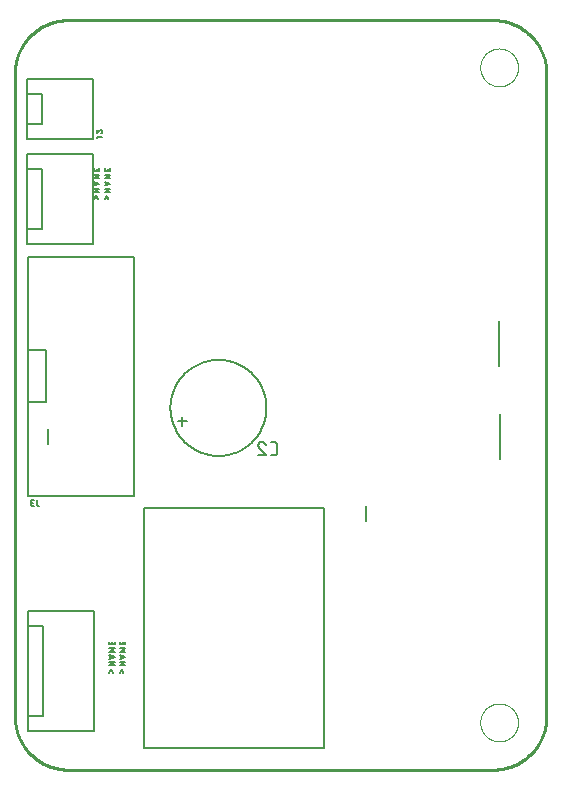
<source format=gbo>
G75*
%MOIN*%
%OFA0B0*%
%FSLAX25Y25*%
%IPPOS*%
%LPD*%
%AMOC8*
5,1,8,0,0,1.08239X$1,22.5*
%
%ADD10C,0.00000*%
%ADD11C,0.01000*%
%ADD12C,0.00800*%
%ADD13C,0.00500*%
%ADD14C,0.00600*%
D10*
X0191787Y0023322D02*
X0191789Y0023480D01*
X0191795Y0023638D01*
X0191805Y0023796D01*
X0191819Y0023954D01*
X0191837Y0024111D01*
X0191858Y0024268D01*
X0191884Y0024424D01*
X0191914Y0024580D01*
X0191947Y0024735D01*
X0191985Y0024888D01*
X0192026Y0025041D01*
X0192071Y0025193D01*
X0192120Y0025344D01*
X0192173Y0025493D01*
X0192229Y0025641D01*
X0192289Y0025787D01*
X0192353Y0025932D01*
X0192421Y0026075D01*
X0192492Y0026217D01*
X0192566Y0026357D01*
X0192644Y0026494D01*
X0192726Y0026630D01*
X0192810Y0026764D01*
X0192899Y0026895D01*
X0192990Y0027024D01*
X0193085Y0027151D01*
X0193182Y0027276D01*
X0193283Y0027398D01*
X0193387Y0027517D01*
X0193494Y0027634D01*
X0193604Y0027748D01*
X0193717Y0027859D01*
X0193832Y0027968D01*
X0193950Y0028073D01*
X0194071Y0028175D01*
X0194194Y0028275D01*
X0194320Y0028371D01*
X0194448Y0028464D01*
X0194578Y0028554D01*
X0194711Y0028640D01*
X0194846Y0028724D01*
X0194982Y0028803D01*
X0195121Y0028880D01*
X0195262Y0028952D01*
X0195404Y0029022D01*
X0195548Y0029087D01*
X0195694Y0029149D01*
X0195841Y0029207D01*
X0195990Y0029262D01*
X0196140Y0029313D01*
X0196291Y0029360D01*
X0196443Y0029403D01*
X0196596Y0029442D01*
X0196751Y0029478D01*
X0196906Y0029509D01*
X0197062Y0029537D01*
X0197218Y0029561D01*
X0197375Y0029581D01*
X0197533Y0029597D01*
X0197690Y0029609D01*
X0197849Y0029617D01*
X0198007Y0029621D01*
X0198165Y0029621D01*
X0198323Y0029617D01*
X0198482Y0029609D01*
X0198639Y0029597D01*
X0198797Y0029581D01*
X0198954Y0029561D01*
X0199110Y0029537D01*
X0199266Y0029509D01*
X0199421Y0029478D01*
X0199576Y0029442D01*
X0199729Y0029403D01*
X0199881Y0029360D01*
X0200032Y0029313D01*
X0200182Y0029262D01*
X0200331Y0029207D01*
X0200478Y0029149D01*
X0200624Y0029087D01*
X0200768Y0029022D01*
X0200910Y0028952D01*
X0201051Y0028880D01*
X0201190Y0028803D01*
X0201326Y0028724D01*
X0201461Y0028640D01*
X0201594Y0028554D01*
X0201724Y0028464D01*
X0201852Y0028371D01*
X0201978Y0028275D01*
X0202101Y0028175D01*
X0202222Y0028073D01*
X0202340Y0027968D01*
X0202455Y0027859D01*
X0202568Y0027748D01*
X0202678Y0027634D01*
X0202785Y0027517D01*
X0202889Y0027398D01*
X0202990Y0027276D01*
X0203087Y0027151D01*
X0203182Y0027024D01*
X0203273Y0026895D01*
X0203362Y0026764D01*
X0203446Y0026630D01*
X0203528Y0026494D01*
X0203606Y0026357D01*
X0203680Y0026217D01*
X0203751Y0026075D01*
X0203819Y0025932D01*
X0203883Y0025787D01*
X0203943Y0025641D01*
X0203999Y0025493D01*
X0204052Y0025344D01*
X0204101Y0025193D01*
X0204146Y0025041D01*
X0204187Y0024888D01*
X0204225Y0024735D01*
X0204258Y0024580D01*
X0204288Y0024424D01*
X0204314Y0024268D01*
X0204335Y0024111D01*
X0204353Y0023954D01*
X0204367Y0023796D01*
X0204377Y0023638D01*
X0204383Y0023480D01*
X0204385Y0023322D01*
X0204383Y0023164D01*
X0204377Y0023006D01*
X0204367Y0022848D01*
X0204353Y0022690D01*
X0204335Y0022533D01*
X0204314Y0022376D01*
X0204288Y0022220D01*
X0204258Y0022064D01*
X0204225Y0021909D01*
X0204187Y0021756D01*
X0204146Y0021603D01*
X0204101Y0021451D01*
X0204052Y0021300D01*
X0203999Y0021151D01*
X0203943Y0021003D01*
X0203883Y0020857D01*
X0203819Y0020712D01*
X0203751Y0020569D01*
X0203680Y0020427D01*
X0203606Y0020287D01*
X0203528Y0020150D01*
X0203446Y0020014D01*
X0203362Y0019880D01*
X0203273Y0019749D01*
X0203182Y0019620D01*
X0203087Y0019493D01*
X0202990Y0019368D01*
X0202889Y0019246D01*
X0202785Y0019127D01*
X0202678Y0019010D01*
X0202568Y0018896D01*
X0202455Y0018785D01*
X0202340Y0018676D01*
X0202222Y0018571D01*
X0202101Y0018469D01*
X0201978Y0018369D01*
X0201852Y0018273D01*
X0201724Y0018180D01*
X0201594Y0018090D01*
X0201461Y0018004D01*
X0201326Y0017920D01*
X0201190Y0017841D01*
X0201051Y0017764D01*
X0200910Y0017692D01*
X0200768Y0017622D01*
X0200624Y0017557D01*
X0200478Y0017495D01*
X0200331Y0017437D01*
X0200182Y0017382D01*
X0200032Y0017331D01*
X0199881Y0017284D01*
X0199729Y0017241D01*
X0199576Y0017202D01*
X0199421Y0017166D01*
X0199266Y0017135D01*
X0199110Y0017107D01*
X0198954Y0017083D01*
X0198797Y0017063D01*
X0198639Y0017047D01*
X0198482Y0017035D01*
X0198323Y0017027D01*
X0198165Y0017023D01*
X0198007Y0017023D01*
X0197849Y0017027D01*
X0197690Y0017035D01*
X0197533Y0017047D01*
X0197375Y0017063D01*
X0197218Y0017083D01*
X0197062Y0017107D01*
X0196906Y0017135D01*
X0196751Y0017166D01*
X0196596Y0017202D01*
X0196443Y0017241D01*
X0196291Y0017284D01*
X0196140Y0017331D01*
X0195990Y0017382D01*
X0195841Y0017437D01*
X0195694Y0017495D01*
X0195548Y0017557D01*
X0195404Y0017622D01*
X0195262Y0017692D01*
X0195121Y0017764D01*
X0194982Y0017841D01*
X0194846Y0017920D01*
X0194711Y0018004D01*
X0194578Y0018090D01*
X0194448Y0018180D01*
X0194320Y0018273D01*
X0194194Y0018369D01*
X0194071Y0018469D01*
X0193950Y0018571D01*
X0193832Y0018676D01*
X0193717Y0018785D01*
X0193604Y0018896D01*
X0193494Y0019010D01*
X0193387Y0019127D01*
X0193283Y0019246D01*
X0193182Y0019368D01*
X0193085Y0019493D01*
X0192990Y0019620D01*
X0192899Y0019749D01*
X0192810Y0019880D01*
X0192726Y0020014D01*
X0192644Y0020150D01*
X0192566Y0020287D01*
X0192492Y0020427D01*
X0192421Y0020569D01*
X0192353Y0020712D01*
X0192289Y0020857D01*
X0192229Y0021003D01*
X0192173Y0021151D01*
X0192120Y0021300D01*
X0192071Y0021451D01*
X0192026Y0021603D01*
X0191985Y0021756D01*
X0191947Y0021909D01*
X0191914Y0022064D01*
X0191884Y0022220D01*
X0191858Y0022376D01*
X0191837Y0022533D01*
X0191819Y0022690D01*
X0191805Y0022848D01*
X0191795Y0023006D01*
X0191789Y0023164D01*
X0191787Y0023322D01*
X0191787Y0241669D02*
X0191789Y0241827D01*
X0191795Y0241985D01*
X0191805Y0242143D01*
X0191819Y0242301D01*
X0191837Y0242458D01*
X0191858Y0242615D01*
X0191884Y0242771D01*
X0191914Y0242927D01*
X0191947Y0243082D01*
X0191985Y0243235D01*
X0192026Y0243388D01*
X0192071Y0243540D01*
X0192120Y0243691D01*
X0192173Y0243840D01*
X0192229Y0243988D01*
X0192289Y0244134D01*
X0192353Y0244279D01*
X0192421Y0244422D01*
X0192492Y0244564D01*
X0192566Y0244704D01*
X0192644Y0244841D01*
X0192726Y0244977D01*
X0192810Y0245111D01*
X0192899Y0245242D01*
X0192990Y0245371D01*
X0193085Y0245498D01*
X0193182Y0245623D01*
X0193283Y0245745D01*
X0193387Y0245864D01*
X0193494Y0245981D01*
X0193604Y0246095D01*
X0193717Y0246206D01*
X0193832Y0246315D01*
X0193950Y0246420D01*
X0194071Y0246522D01*
X0194194Y0246622D01*
X0194320Y0246718D01*
X0194448Y0246811D01*
X0194578Y0246901D01*
X0194711Y0246987D01*
X0194846Y0247071D01*
X0194982Y0247150D01*
X0195121Y0247227D01*
X0195262Y0247299D01*
X0195404Y0247369D01*
X0195548Y0247434D01*
X0195694Y0247496D01*
X0195841Y0247554D01*
X0195990Y0247609D01*
X0196140Y0247660D01*
X0196291Y0247707D01*
X0196443Y0247750D01*
X0196596Y0247789D01*
X0196751Y0247825D01*
X0196906Y0247856D01*
X0197062Y0247884D01*
X0197218Y0247908D01*
X0197375Y0247928D01*
X0197533Y0247944D01*
X0197690Y0247956D01*
X0197849Y0247964D01*
X0198007Y0247968D01*
X0198165Y0247968D01*
X0198323Y0247964D01*
X0198482Y0247956D01*
X0198639Y0247944D01*
X0198797Y0247928D01*
X0198954Y0247908D01*
X0199110Y0247884D01*
X0199266Y0247856D01*
X0199421Y0247825D01*
X0199576Y0247789D01*
X0199729Y0247750D01*
X0199881Y0247707D01*
X0200032Y0247660D01*
X0200182Y0247609D01*
X0200331Y0247554D01*
X0200478Y0247496D01*
X0200624Y0247434D01*
X0200768Y0247369D01*
X0200910Y0247299D01*
X0201051Y0247227D01*
X0201190Y0247150D01*
X0201326Y0247071D01*
X0201461Y0246987D01*
X0201594Y0246901D01*
X0201724Y0246811D01*
X0201852Y0246718D01*
X0201978Y0246622D01*
X0202101Y0246522D01*
X0202222Y0246420D01*
X0202340Y0246315D01*
X0202455Y0246206D01*
X0202568Y0246095D01*
X0202678Y0245981D01*
X0202785Y0245864D01*
X0202889Y0245745D01*
X0202990Y0245623D01*
X0203087Y0245498D01*
X0203182Y0245371D01*
X0203273Y0245242D01*
X0203362Y0245111D01*
X0203446Y0244977D01*
X0203528Y0244841D01*
X0203606Y0244704D01*
X0203680Y0244564D01*
X0203751Y0244422D01*
X0203819Y0244279D01*
X0203883Y0244134D01*
X0203943Y0243988D01*
X0203999Y0243840D01*
X0204052Y0243691D01*
X0204101Y0243540D01*
X0204146Y0243388D01*
X0204187Y0243235D01*
X0204225Y0243082D01*
X0204258Y0242927D01*
X0204288Y0242771D01*
X0204314Y0242615D01*
X0204335Y0242458D01*
X0204353Y0242301D01*
X0204367Y0242143D01*
X0204377Y0241985D01*
X0204383Y0241827D01*
X0204385Y0241669D01*
X0204383Y0241511D01*
X0204377Y0241353D01*
X0204367Y0241195D01*
X0204353Y0241037D01*
X0204335Y0240880D01*
X0204314Y0240723D01*
X0204288Y0240567D01*
X0204258Y0240411D01*
X0204225Y0240256D01*
X0204187Y0240103D01*
X0204146Y0239950D01*
X0204101Y0239798D01*
X0204052Y0239647D01*
X0203999Y0239498D01*
X0203943Y0239350D01*
X0203883Y0239204D01*
X0203819Y0239059D01*
X0203751Y0238916D01*
X0203680Y0238774D01*
X0203606Y0238634D01*
X0203528Y0238497D01*
X0203446Y0238361D01*
X0203362Y0238227D01*
X0203273Y0238096D01*
X0203182Y0237967D01*
X0203087Y0237840D01*
X0202990Y0237715D01*
X0202889Y0237593D01*
X0202785Y0237474D01*
X0202678Y0237357D01*
X0202568Y0237243D01*
X0202455Y0237132D01*
X0202340Y0237023D01*
X0202222Y0236918D01*
X0202101Y0236816D01*
X0201978Y0236716D01*
X0201852Y0236620D01*
X0201724Y0236527D01*
X0201594Y0236437D01*
X0201461Y0236351D01*
X0201326Y0236267D01*
X0201190Y0236188D01*
X0201051Y0236111D01*
X0200910Y0236039D01*
X0200768Y0235969D01*
X0200624Y0235904D01*
X0200478Y0235842D01*
X0200331Y0235784D01*
X0200182Y0235729D01*
X0200032Y0235678D01*
X0199881Y0235631D01*
X0199729Y0235588D01*
X0199576Y0235549D01*
X0199421Y0235513D01*
X0199266Y0235482D01*
X0199110Y0235454D01*
X0198954Y0235430D01*
X0198797Y0235410D01*
X0198639Y0235394D01*
X0198482Y0235382D01*
X0198323Y0235374D01*
X0198165Y0235370D01*
X0198007Y0235370D01*
X0197849Y0235374D01*
X0197690Y0235382D01*
X0197533Y0235394D01*
X0197375Y0235410D01*
X0197218Y0235430D01*
X0197062Y0235454D01*
X0196906Y0235482D01*
X0196751Y0235513D01*
X0196596Y0235549D01*
X0196443Y0235588D01*
X0196291Y0235631D01*
X0196140Y0235678D01*
X0195990Y0235729D01*
X0195841Y0235784D01*
X0195694Y0235842D01*
X0195548Y0235904D01*
X0195404Y0235969D01*
X0195262Y0236039D01*
X0195121Y0236111D01*
X0194982Y0236188D01*
X0194846Y0236267D01*
X0194711Y0236351D01*
X0194578Y0236437D01*
X0194448Y0236527D01*
X0194320Y0236620D01*
X0194194Y0236716D01*
X0194071Y0236816D01*
X0193950Y0236918D01*
X0193832Y0237023D01*
X0193717Y0237132D01*
X0193604Y0237243D01*
X0193494Y0237357D01*
X0193387Y0237474D01*
X0193283Y0237593D01*
X0193182Y0237715D01*
X0193085Y0237840D01*
X0192990Y0237967D01*
X0192899Y0238096D01*
X0192810Y0238227D01*
X0192726Y0238361D01*
X0192644Y0238497D01*
X0192566Y0238634D01*
X0192492Y0238774D01*
X0192421Y0238916D01*
X0192353Y0239059D01*
X0192289Y0239204D01*
X0192229Y0239350D01*
X0192173Y0239498D01*
X0192120Y0239647D01*
X0192071Y0239798D01*
X0192026Y0239950D01*
X0191985Y0240103D01*
X0191947Y0240256D01*
X0191914Y0240411D01*
X0191884Y0240567D01*
X0191858Y0240723D01*
X0191837Y0240880D01*
X0191819Y0241037D01*
X0191805Y0241195D01*
X0191795Y0241353D01*
X0191789Y0241511D01*
X0191787Y0241669D01*
D11*
X0036669Y0239700D02*
X0036669Y0025291D01*
X0036668Y0025291D02*
X0036673Y0024863D01*
X0036689Y0024435D01*
X0036715Y0024008D01*
X0036751Y0023581D01*
X0036797Y0023155D01*
X0036854Y0022731D01*
X0036921Y0022308D01*
X0036998Y0021887D01*
X0037085Y0021468D01*
X0037183Y0021051D01*
X0037290Y0020637D01*
X0037408Y0020225D01*
X0037535Y0019816D01*
X0037672Y0019411D01*
X0037819Y0019008D01*
X0037976Y0018610D01*
X0038142Y0018215D01*
X0038318Y0017825D01*
X0038503Y0017439D01*
X0038697Y0017057D01*
X0038901Y0016681D01*
X0039113Y0016309D01*
X0039335Y0015943D01*
X0039565Y0015582D01*
X0039804Y0015227D01*
X0040052Y0014877D01*
X0040307Y0014534D01*
X0040572Y0014197D01*
X0040844Y0013866D01*
X0041124Y0013542D01*
X0041411Y0013225D01*
X0041707Y0012915D01*
X0042009Y0012613D01*
X0042319Y0012317D01*
X0042636Y0012030D01*
X0042960Y0011750D01*
X0043291Y0011478D01*
X0043628Y0011213D01*
X0043971Y0010958D01*
X0044321Y0010710D01*
X0044676Y0010471D01*
X0045037Y0010241D01*
X0045403Y0010019D01*
X0045775Y0009807D01*
X0046151Y0009603D01*
X0046533Y0009409D01*
X0046919Y0009224D01*
X0047309Y0009048D01*
X0047704Y0008882D01*
X0048102Y0008725D01*
X0048505Y0008578D01*
X0048910Y0008441D01*
X0049319Y0008314D01*
X0049731Y0008196D01*
X0050145Y0008089D01*
X0050562Y0007991D01*
X0050981Y0007904D01*
X0051402Y0007827D01*
X0051825Y0007760D01*
X0052249Y0007703D01*
X0052675Y0007657D01*
X0053102Y0007621D01*
X0053529Y0007595D01*
X0053957Y0007579D01*
X0054385Y0007574D01*
X0196118Y0007574D01*
X0196546Y0007579D01*
X0196974Y0007595D01*
X0197401Y0007621D01*
X0197828Y0007657D01*
X0198254Y0007703D01*
X0198678Y0007760D01*
X0199101Y0007827D01*
X0199522Y0007904D01*
X0199941Y0007991D01*
X0200358Y0008089D01*
X0200772Y0008196D01*
X0201184Y0008314D01*
X0201593Y0008441D01*
X0201998Y0008578D01*
X0202401Y0008725D01*
X0202799Y0008882D01*
X0203194Y0009048D01*
X0203584Y0009224D01*
X0203970Y0009409D01*
X0204352Y0009603D01*
X0204728Y0009807D01*
X0205100Y0010019D01*
X0205466Y0010241D01*
X0205827Y0010471D01*
X0206182Y0010710D01*
X0206532Y0010958D01*
X0206875Y0011213D01*
X0207212Y0011478D01*
X0207543Y0011750D01*
X0207867Y0012030D01*
X0208184Y0012317D01*
X0208494Y0012613D01*
X0208796Y0012915D01*
X0209092Y0013225D01*
X0209379Y0013542D01*
X0209659Y0013866D01*
X0209931Y0014197D01*
X0210196Y0014534D01*
X0210451Y0014877D01*
X0210699Y0015227D01*
X0210938Y0015582D01*
X0211168Y0015943D01*
X0211390Y0016309D01*
X0211602Y0016681D01*
X0211806Y0017057D01*
X0212000Y0017439D01*
X0212185Y0017825D01*
X0212361Y0018215D01*
X0212527Y0018610D01*
X0212684Y0019008D01*
X0212831Y0019411D01*
X0212968Y0019816D01*
X0213095Y0020225D01*
X0213213Y0020637D01*
X0213320Y0021051D01*
X0213418Y0021468D01*
X0213505Y0021887D01*
X0213582Y0022308D01*
X0213649Y0022731D01*
X0213706Y0023155D01*
X0213752Y0023581D01*
X0213788Y0024008D01*
X0213814Y0024435D01*
X0213830Y0024863D01*
X0213835Y0025291D01*
X0213834Y0025291D02*
X0213834Y0239700D01*
X0213835Y0239700D02*
X0213830Y0240128D01*
X0213814Y0240556D01*
X0213788Y0240983D01*
X0213752Y0241410D01*
X0213706Y0241836D01*
X0213649Y0242260D01*
X0213582Y0242683D01*
X0213505Y0243104D01*
X0213418Y0243523D01*
X0213320Y0243940D01*
X0213213Y0244354D01*
X0213095Y0244766D01*
X0212968Y0245175D01*
X0212831Y0245580D01*
X0212684Y0245983D01*
X0212527Y0246381D01*
X0212361Y0246776D01*
X0212185Y0247166D01*
X0212000Y0247552D01*
X0211806Y0247934D01*
X0211602Y0248310D01*
X0211390Y0248682D01*
X0211168Y0249048D01*
X0210938Y0249409D01*
X0210699Y0249764D01*
X0210451Y0250114D01*
X0210196Y0250457D01*
X0209931Y0250794D01*
X0209659Y0251125D01*
X0209379Y0251449D01*
X0209092Y0251766D01*
X0208796Y0252076D01*
X0208494Y0252378D01*
X0208184Y0252674D01*
X0207867Y0252961D01*
X0207543Y0253241D01*
X0207212Y0253513D01*
X0206875Y0253778D01*
X0206532Y0254033D01*
X0206182Y0254281D01*
X0205827Y0254520D01*
X0205466Y0254750D01*
X0205100Y0254972D01*
X0204728Y0255184D01*
X0204352Y0255388D01*
X0203970Y0255582D01*
X0203584Y0255767D01*
X0203194Y0255943D01*
X0202799Y0256109D01*
X0202401Y0256266D01*
X0201998Y0256413D01*
X0201593Y0256550D01*
X0201184Y0256677D01*
X0200772Y0256795D01*
X0200358Y0256902D01*
X0199941Y0257000D01*
X0199522Y0257087D01*
X0199101Y0257164D01*
X0198678Y0257231D01*
X0198254Y0257288D01*
X0197828Y0257334D01*
X0197401Y0257370D01*
X0196974Y0257396D01*
X0196546Y0257412D01*
X0196118Y0257417D01*
X0054385Y0257417D01*
X0053957Y0257412D01*
X0053529Y0257396D01*
X0053102Y0257370D01*
X0052675Y0257334D01*
X0052249Y0257288D01*
X0051825Y0257231D01*
X0051402Y0257164D01*
X0050981Y0257087D01*
X0050562Y0257000D01*
X0050145Y0256902D01*
X0049731Y0256795D01*
X0049319Y0256677D01*
X0048910Y0256550D01*
X0048505Y0256413D01*
X0048102Y0256266D01*
X0047704Y0256109D01*
X0047309Y0255943D01*
X0046919Y0255767D01*
X0046533Y0255582D01*
X0046151Y0255388D01*
X0045775Y0255184D01*
X0045403Y0254972D01*
X0045037Y0254750D01*
X0044676Y0254520D01*
X0044321Y0254281D01*
X0043971Y0254033D01*
X0043628Y0253778D01*
X0043291Y0253513D01*
X0042960Y0253241D01*
X0042636Y0252961D01*
X0042319Y0252674D01*
X0042009Y0252378D01*
X0041707Y0252076D01*
X0041411Y0251766D01*
X0041124Y0251449D01*
X0040844Y0251125D01*
X0040572Y0250794D01*
X0040307Y0250457D01*
X0040052Y0250114D01*
X0039804Y0249764D01*
X0039565Y0249409D01*
X0039335Y0249048D01*
X0039113Y0248682D01*
X0038901Y0248310D01*
X0038697Y0247934D01*
X0038503Y0247552D01*
X0038318Y0247166D01*
X0038142Y0246776D01*
X0037976Y0246381D01*
X0037819Y0245983D01*
X0037672Y0245580D01*
X0037535Y0245175D01*
X0037408Y0244766D01*
X0037290Y0244354D01*
X0037183Y0243940D01*
X0037085Y0243523D01*
X0036998Y0243104D01*
X0036921Y0242683D01*
X0036854Y0242260D01*
X0036797Y0241836D01*
X0036751Y0241410D01*
X0036715Y0240983D01*
X0036689Y0240556D01*
X0036673Y0240128D01*
X0036668Y0239700D01*
D12*
X0040998Y0178491D02*
X0076431Y0178491D01*
X0076431Y0098963D01*
X0076037Y0098963D02*
X0040998Y0098963D01*
X0040998Y0130066D01*
X0046903Y0130066D01*
X0046903Y0147388D01*
X0040998Y0147388D01*
X0040998Y0130066D01*
X0047789Y0121227D02*
X0047789Y0116227D01*
X0040998Y0147388D02*
X0040998Y0178491D01*
X0153611Y0095478D02*
X0153611Y0090478D01*
X0198474Y0111265D02*
X0198474Y0126265D01*
X0198114Y0142180D02*
X0198114Y0157180D01*
D13*
X0139689Y0094924D02*
X0139689Y0014924D01*
X0079689Y0014924D01*
X0079689Y0094924D01*
X0139689Y0094924D01*
X0123038Y0112413D02*
X0122038Y0112413D01*
X0123038Y0112413D02*
X0123098Y0112415D01*
X0123159Y0112420D01*
X0123218Y0112429D01*
X0123277Y0112442D01*
X0123336Y0112458D01*
X0123393Y0112478D01*
X0123448Y0112501D01*
X0123503Y0112528D01*
X0123555Y0112557D01*
X0123606Y0112590D01*
X0123655Y0112626D01*
X0123701Y0112664D01*
X0123745Y0112706D01*
X0123787Y0112750D01*
X0123825Y0112796D01*
X0123861Y0112845D01*
X0123894Y0112896D01*
X0123923Y0112948D01*
X0123950Y0113003D01*
X0123973Y0113058D01*
X0123993Y0113115D01*
X0124009Y0113174D01*
X0124022Y0113233D01*
X0124031Y0113292D01*
X0124036Y0113353D01*
X0124038Y0113413D01*
X0124038Y0115913D01*
X0124036Y0115973D01*
X0124031Y0116034D01*
X0124022Y0116093D01*
X0124009Y0116152D01*
X0123993Y0116211D01*
X0123973Y0116268D01*
X0123950Y0116323D01*
X0123923Y0116378D01*
X0123894Y0116430D01*
X0123861Y0116481D01*
X0123825Y0116530D01*
X0123787Y0116576D01*
X0123745Y0116620D01*
X0123701Y0116662D01*
X0123655Y0116700D01*
X0123606Y0116736D01*
X0123555Y0116769D01*
X0123503Y0116798D01*
X0123448Y0116825D01*
X0123393Y0116848D01*
X0123336Y0116868D01*
X0123277Y0116884D01*
X0123218Y0116897D01*
X0123159Y0116906D01*
X0123098Y0116911D01*
X0123038Y0116913D01*
X0122038Y0116913D01*
X0118148Y0114913D02*
X0118102Y0114959D01*
X0118058Y0115008D01*
X0118018Y0115059D01*
X0117980Y0115112D01*
X0117945Y0115167D01*
X0117913Y0115224D01*
X0117884Y0115282D01*
X0117858Y0115342D01*
X0117836Y0115404D01*
X0117817Y0115466D01*
X0117801Y0115529D01*
X0117789Y0115593D01*
X0117780Y0115658D01*
X0117775Y0115723D01*
X0117773Y0115788D01*
X0118148Y0114913D02*
X0120273Y0112413D01*
X0117773Y0112413D01*
X0120273Y0115912D02*
X0120249Y0115981D01*
X0120221Y0116048D01*
X0120190Y0116114D01*
X0120156Y0116178D01*
X0120119Y0116240D01*
X0120078Y0116301D01*
X0120035Y0116359D01*
X0119989Y0116415D01*
X0119939Y0116469D01*
X0119888Y0116520D01*
X0119834Y0116568D01*
X0119777Y0116614D01*
X0119718Y0116657D01*
X0119657Y0116696D01*
X0119595Y0116733D01*
X0119530Y0116766D01*
X0119464Y0116797D01*
X0119396Y0116823D01*
X0119328Y0116847D01*
X0119258Y0116867D01*
X0119187Y0116883D01*
X0119115Y0116896D01*
X0119043Y0116905D01*
X0118971Y0116910D01*
X0118898Y0116912D01*
X0118898Y0116913D02*
X0118833Y0116911D01*
X0118767Y0116905D01*
X0118703Y0116896D01*
X0118639Y0116883D01*
X0118575Y0116866D01*
X0118513Y0116845D01*
X0118452Y0116821D01*
X0118393Y0116793D01*
X0118336Y0116762D01*
X0118280Y0116728D01*
X0118226Y0116690D01*
X0118175Y0116650D01*
X0118126Y0116606D01*
X0118080Y0116560D01*
X0118036Y0116511D01*
X0117996Y0116460D01*
X0117958Y0116406D01*
X0117924Y0116351D01*
X0117893Y0116293D01*
X0117865Y0116234D01*
X0117841Y0116173D01*
X0117820Y0116111D01*
X0117803Y0116047D01*
X0117790Y0115983D01*
X0117781Y0115919D01*
X0117775Y0115853D01*
X0117773Y0115788D01*
X0063135Y0060560D02*
X0063135Y0020560D01*
X0041135Y0020560D01*
X0041135Y0025560D01*
X0046135Y0025560D01*
X0046135Y0055560D01*
X0041135Y0055560D01*
X0041135Y0025560D01*
X0068196Y0039855D02*
X0068724Y0041122D01*
X0069252Y0039855D01*
X0071796Y0039855D02*
X0072324Y0041122D01*
X0072852Y0039855D01*
X0073485Y0042337D02*
X0071585Y0043392D01*
X0073485Y0043392D01*
X0073485Y0042337D02*
X0071585Y0042337D01*
X0069885Y0042337D02*
X0067985Y0043392D01*
X0069885Y0043392D01*
X0069885Y0042337D02*
X0067985Y0042337D01*
X0067985Y0044463D02*
X0069885Y0045097D01*
X0067985Y0045730D01*
X0068460Y0045572D02*
X0068460Y0044622D01*
X0067985Y0046839D02*
X0069885Y0046839D01*
X0068830Y0047473D01*
X0069885Y0048106D01*
X0067985Y0048106D01*
X0067985Y0049400D02*
X0069885Y0049400D01*
X0069885Y0050245D01*
X0069041Y0050034D02*
X0069041Y0049400D01*
X0067985Y0049400D02*
X0067985Y0050245D01*
X0071585Y0050245D02*
X0071585Y0049400D01*
X0073485Y0049400D01*
X0073485Y0050245D01*
X0072641Y0050034D02*
X0072641Y0049400D01*
X0073485Y0048106D02*
X0071585Y0048106D01*
X0072430Y0047473D02*
X0073485Y0046839D01*
X0071585Y0046839D01*
X0072430Y0047473D02*
X0073485Y0048106D01*
X0072060Y0045572D02*
X0072060Y0044622D01*
X0071585Y0044463D02*
X0073485Y0045097D01*
X0071585Y0045730D01*
X0063135Y0060560D02*
X0041135Y0060560D01*
X0041135Y0055560D01*
X0042492Y0095577D02*
X0043020Y0095577D01*
X0042492Y0095577D02*
X0042447Y0095579D01*
X0042403Y0095585D01*
X0042359Y0095594D01*
X0042316Y0095607D01*
X0042275Y0095624D01*
X0042234Y0095644D01*
X0042196Y0095668D01*
X0042160Y0095694D01*
X0042127Y0095724D01*
X0042096Y0095756D01*
X0042067Y0095791D01*
X0042042Y0095828D01*
X0042021Y0095867D01*
X0042002Y0095908D01*
X0041987Y0095950D01*
X0041976Y0095994D01*
X0041968Y0096038D01*
X0041964Y0096083D01*
X0041964Y0096127D01*
X0041968Y0096172D01*
X0041976Y0096216D01*
X0041987Y0096260D01*
X0042002Y0096302D01*
X0042021Y0096343D01*
X0042042Y0096382D01*
X0042067Y0096419D01*
X0042096Y0096454D01*
X0042127Y0096486D01*
X0042160Y0096516D01*
X0042196Y0096542D01*
X0042234Y0096566D01*
X0042275Y0096586D01*
X0042316Y0096603D01*
X0042359Y0096616D01*
X0042403Y0096625D01*
X0042447Y0096631D01*
X0042492Y0096633D01*
X0042386Y0096633D02*
X0042809Y0096633D01*
X0042386Y0096633D02*
X0042346Y0096635D01*
X0042306Y0096641D01*
X0042267Y0096650D01*
X0042229Y0096663D01*
X0042193Y0096680D01*
X0042158Y0096700D01*
X0042125Y0096723D01*
X0042095Y0096750D01*
X0042067Y0096779D01*
X0042042Y0096810D01*
X0042021Y0096844D01*
X0042002Y0096880D01*
X0041987Y0096917D01*
X0041976Y0096956D01*
X0041968Y0096995D01*
X0041964Y0097035D01*
X0041964Y0097075D01*
X0041968Y0097115D01*
X0041976Y0097154D01*
X0041987Y0097193D01*
X0042002Y0097230D01*
X0042021Y0097266D01*
X0042042Y0097300D01*
X0042067Y0097331D01*
X0042095Y0097360D01*
X0042125Y0097387D01*
X0042158Y0097410D01*
X0042193Y0097430D01*
X0042229Y0097447D01*
X0042267Y0097460D01*
X0042306Y0097469D01*
X0042346Y0097475D01*
X0042386Y0097477D01*
X0043020Y0097477D01*
X0044180Y0097477D02*
X0044180Y0095999D01*
X0044181Y0095999D02*
X0044183Y0095960D01*
X0044188Y0095921D01*
X0044197Y0095884D01*
X0044209Y0095847D01*
X0044225Y0095811D01*
X0044244Y0095777D01*
X0044266Y0095745D01*
X0044291Y0095715D01*
X0044319Y0095687D01*
X0044349Y0095662D01*
X0044381Y0095640D01*
X0044415Y0095621D01*
X0044451Y0095605D01*
X0044488Y0095593D01*
X0044525Y0095584D01*
X0044564Y0095579D01*
X0044603Y0095577D01*
X0044814Y0095577D01*
X0040608Y0182899D02*
X0040608Y0187899D01*
X0045608Y0187899D01*
X0045608Y0207899D01*
X0040608Y0207899D01*
X0040608Y0187899D01*
X0040608Y0182899D02*
X0062608Y0182899D01*
X0062608Y0212899D01*
X0040608Y0212899D01*
X0040608Y0207899D01*
X0040674Y0217728D02*
X0040674Y0222728D01*
X0045674Y0222728D01*
X0045674Y0232728D01*
X0040674Y0232728D01*
X0040674Y0222728D01*
X0040674Y0217728D02*
X0062674Y0217728D01*
X0062674Y0237728D01*
X0040674Y0237728D01*
X0040674Y0232728D01*
X0063924Y0220827D02*
X0063924Y0219772D01*
X0064980Y0220669D01*
X0065824Y0220352D02*
X0065822Y0220304D01*
X0065816Y0220257D01*
X0065807Y0220209D01*
X0065794Y0220163D01*
X0065777Y0220118D01*
X0065757Y0220075D01*
X0065734Y0220033D01*
X0065707Y0219993D01*
X0065678Y0219956D01*
X0065645Y0219920D01*
X0065610Y0219888D01*
X0065572Y0219858D01*
X0065532Y0219832D01*
X0065490Y0219808D01*
X0065447Y0219788D01*
X0065402Y0219772D01*
X0064980Y0220669D02*
X0065009Y0220697D01*
X0065041Y0220724D01*
X0065075Y0220747D01*
X0065111Y0220768D01*
X0065148Y0220786D01*
X0065187Y0220800D01*
X0065226Y0220812D01*
X0065267Y0220820D01*
X0065308Y0220825D01*
X0065349Y0220827D01*
X0065390Y0220825D01*
X0065431Y0220820D01*
X0065472Y0220811D01*
X0065511Y0220798D01*
X0065550Y0220782D01*
X0065586Y0220763D01*
X0065621Y0220741D01*
X0065654Y0220716D01*
X0065685Y0220688D01*
X0065713Y0220657D01*
X0065738Y0220624D01*
X0065760Y0220590D01*
X0065779Y0220553D01*
X0065795Y0220514D01*
X0065808Y0220475D01*
X0065817Y0220434D01*
X0065822Y0220393D01*
X0065824Y0220352D01*
X0065824Y0218611D02*
X0064346Y0218611D01*
X0064307Y0218609D01*
X0064268Y0218604D01*
X0064231Y0218595D01*
X0064194Y0218583D01*
X0064158Y0218567D01*
X0064124Y0218548D01*
X0064092Y0218526D01*
X0064062Y0218501D01*
X0064034Y0218473D01*
X0064009Y0218443D01*
X0063987Y0218411D01*
X0063968Y0218377D01*
X0063952Y0218341D01*
X0063940Y0218304D01*
X0063931Y0218267D01*
X0063926Y0218228D01*
X0063924Y0218189D01*
X0063924Y0217978D01*
X0064858Y0208083D02*
X0064858Y0207239D01*
X0062958Y0207239D01*
X0062958Y0208083D01*
X0064014Y0207872D02*
X0064014Y0207239D01*
X0064858Y0205944D02*
X0062958Y0205944D01*
X0063803Y0205311D02*
X0064858Y0205944D01*
X0063803Y0205311D02*
X0064858Y0204678D01*
X0062958Y0204678D01*
X0062958Y0203568D02*
X0064858Y0202935D01*
X0062958Y0202302D01*
X0063433Y0202460D02*
X0063433Y0203410D01*
X0062958Y0201231D02*
X0064858Y0201231D01*
X0064858Y0200175D02*
X0062958Y0201231D01*
X0062958Y0200175D02*
X0064858Y0200175D01*
X0063697Y0198960D02*
X0063170Y0197694D01*
X0064225Y0197694D02*
X0063697Y0198960D01*
X0066558Y0200175D02*
X0068458Y0200175D01*
X0066558Y0201231D01*
X0068458Y0201231D01*
X0068458Y0202935D02*
X0066558Y0203568D01*
X0067033Y0203410D02*
X0067033Y0202460D01*
X0066558Y0202302D02*
X0068458Y0202935D01*
X0068458Y0204678D02*
X0066558Y0204678D01*
X0067403Y0205311D02*
X0068458Y0205944D01*
X0066558Y0205944D01*
X0067403Y0205311D02*
X0068458Y0204678D01*
X0068458Y0207239D02*
X0066558Y0207239D01*
X0066558Y0208083D01*
X0067614Y0207872D02*
X0067614Y0207239D01*
X0068458Y0207239D02*
X0068458Y0208083D01*
X0067297Y0198960D02*
X0066770Y0197694D01*
X0067825Y0197694D02*
X0067297Y0198960D01*
D14*
X0088523Y0128163D02*
X0088528Y0128556D01*
X0088542Y0128948D01*
X0088566Y0129340D01*
X0088600Y0129731D01*
X0088643Y0130122D01*
X0088696Y0130511D01*
X0088759Y0130898D01*
X0088830Y0131284D01*
X0088912Y0131669D01*
X0089002Y0132051D01*
X0089103Y0132430D01*
X0089212Y0132808D01*
X0089331Y0133182D01*
X0089458Y0133553D01*
X0089595Y0133921D01*
X0089741Y0134286D01*
X0089896Y0134647D01*
X0090059Y0135004D01*
X0090231Y0135357D01*
X0090412Y0135705D01*
X0090602Y0136049D01*
X0090799Y0136389D01*
X0091005Y0136723D01*
X0091219Y0137052D01*
X0091442Y0137376D01*
X0091672Y0137694D01*
X0091909Y0138007D01*
X0092155Y0138313D01*
X0092408Y0138614D01*
X0092668Y0138908D01*
X0092935Y0139196D01*
X0093209Y0139477D01*
X0093490Y0139751D01*
X0093778Y0140018D01*
X0094072Y0140278D01*
X0094373Y0140531D01*
X0094679Y0140777D01*
X0094992Y0141014D01*
X0095310Y0141244D01*
X0095634Y0141467D01*
X0095963Y0141681D01*
X0096297Y0141887D01*
X0096637Y0142084D01*
X0096981Y0142274D01*
X0097329Y0142455D01*
X0097682Y0142627D01*
X0098039Y0142790D01*
X0098400Y0142945D01*
X0098765Y0143091D01*
X0099133Y0143228D01*
X0099504Y0143355D01*
X0099878Y0143474D01*
X0100256Y0143583D01*
X0100635Y0143684D01*
X0101017Y0143774D01*
X0101402Y0143856D01*
X0101788Y0143927D01*
X0102175Y0143990D01*
X0102564Y0144043D01*
X0102955Y0144086D01*
X0103346Y0144120D01*
X0103738Y0144144D01*
X0104130Y0144158D01*
X0104523Y0144163D01*
X0104916Y0144158D01*
X0105308Y0144144D01*
X0105700Y0144120D01*
X0106091Y0144086D01*
X0106482Y0144043D01*
X0106871Y0143990D01*
X0107258Y0143927D01*
X0107644Y0143856D01*
X0108029Y0143774D01*
X0108411Y0143684D01*
X0108790Y0143583D01*
X0109168Y0143474D01*
X0109542Y0143355D01*
X0109913Y0143228D01*
X0110281Y0143091D01*
X0110646Y0142945D01*
X0111007Y0142790D01*
X0111364Y0142627D01*
X0111717Y0142455D01*
X0112065Y0142274D01*
X0112409Y0142084D01*
X0112749Y0141887D01*
X0113083Y0141681D01*
X0113412Y0141467D01*
X0113736Y0141244D01*
X0114054Y0141014D01*
X0114367Y0140777D01*
X0114673Y0140531D01*
X0114974Y0140278D01*
X0115268Y0140018D01*
X0115556Y0139751D01*
X0115837Y0139477D01*
X0116111Y0139196D01*
X0116378Y0138908D01*
X0116638Y0138614D01*
X0116891Y0138313D01*
X0117137Y0138007D01*
X0117374Y0137694D01*
X0117604Y0137376D01*
X0117827Y0137052D01*
X0118041Y0136723D01*
X0118247Y0136389D01*
X0118444Y0136049D01*
X0118634Y0135705D01*
X0118815Y0135357D01*
X0118987Y0135004D01*
X0119150Y0134647D01*
X0119305Y0134286D01*
X0119451Y0133921D01*
X0119588Y0133553D01*
X0119715Y0133182D01*
X0119834Y0132808D01*
X0119943Y0132430D01*
X0120044Y0132051D01*
X0120134Y0131669D01*
X0120216Y0131284D01*
X0120287Y0130898D01*
X0120350Y0130511D01*
X0120403Y0130122D01*
X0120446Y0129731D01*
X0120480Y0129340D01*
X0120504Y0128948D01*
X0120518Y0128556D01*
X0120523Y0128163D01*
X0120518Y0127770D01*
X0120504Y0127378D01*
X0120480Y0126986D01*
X0120446Y0126595D01*
X0120403Y0126204D01*
X0120350Y0125815D01*
X0120287Y0125428D01*
X0120216Y0125042D01*
X0120134Y0124657D01*
X0120044Y0124275D01*
X0119943Y0123896D01*
X0119834Y0123518D01*
X0119715Y0123144D01*
X0119588Y0122773D01*
X0119451Y0122405D01*
X0119305Y0122040D01*
X0119150Y0121679D01*
X0118987Y0121322D01*
X0118815Y0120969D01*
X0118634Y0120621D01*
X0118444Y0120277D01*
X0118247Y0119937D01*
X0118041Y0119603D01*
X0117827Y0119274D01*
X0117604Y0118950D01*
X0117374Y0118632D01*
X0117137Y0118319D01*
X0116891Y0118013D01*
X0116638Y0117712D01*
X0116378Y0117418D01*
X0116111Y0117130D01*
X0115837Y0116849D01*
X0115556Y0116575D01*
X0115268Y0116308D01*
X0114974Y0116048D01*
X0114673Y0115795D01*
X0114367Y0115549D01*
X0114054Y0115312D01*
X0113736Y0115082D01*
X0113412Y0114859D01*
X0113083Y0114645D01*
X0112749Y0114439D01*
X0112409Y0114242D01*
X0112065Y0114052D01*
X0111717Y0113871D01*
X0111364Y0113699D01*
X0111007Y0113536D01*
X0110646Y0113381D01*
X0110281Y0113235D01*
X0109913Y0113098D01*
X0109542Y0112971D01*
X0109168Y0112852D01*
X0108790Y0112743D01*
X0108411Y0112642D01*
X0108029Y0112552D01*
X0107644Y0112470D01*
X0107258Y0112399D01*
X0106871Y0112336D01*
X0106482Y0112283D01*
X0106091Y0112240D01*
X0105700Y0112206D01*
X0105308Y0112182D01*
X0104916Y0112168D01*
X0104523Y0112163D01*
X0104130Y0112168D01*
X0103738Y0112182D01*
X0103346Y0112206D01*
X0102955Y0112240D01*
X0102564Y0112283D01*
X0102175Y0112336D01*
X0101788Y0112399D01*
X0101402Y0112470D01*
X0101017Y0112552D01*
X0100635Y0112642D01*
X0100256Y0112743D01*
X0099878Y0112852D01*
X0099504Y0112971D01*
X0099133Y0113098D01*
X0098765Y0113235D01*
X0098400Y0113381D01*
X0098039Y0113536D01*
X0097682Y0113699D01*
X0097329Y0113871D01*
X0096981Y0114052D01*
X0096637Y0114242D01*
X0096297Y0114439D01*
X0095963Y0114645D01*
X0095634Y0114859D01*
X0095310Y0115082D01*
X0094992Y0115312D01*
X0094679Y0115549D01*
X0094373Y0115795D01*
X0094072Y0116048D01*
X0093778Y0116308D01*
X0093490Y0116575D01*
X0093209Y0116849D01*
X0092935Y0117130D01*
X0092668Y0117418D01*
X0092408Y0117712D01*
X0092155Y0118013D01*
X0091909Y0118319D01*
X0091672Y0118632D01*
X0091442Y0118950D01*
X0091219Y0119274D01*
X0091005Y0119603D01*
X0090799Y0119937D01*
X0090602Y0120277D01*
X0090412Y0120621D01*
X0090231Y0120969D01*
X0090059Y0121322D01*
X0089896Y0121679D01*
X0089741Y0122040D01*
X0089595Y0122405D01*
X0089458Y0122773D01*
X0089331Y0123144D01*
X0089212Y0123518D01*
X0089103Y0123896D01*
X0089002Y0124275D01*
X0088912Y0124657D01*
X0088830Y0125042D01*
X0088759Y0125428D01*
X0088696Y0125815D01*
X0088643Y0126204D01*
X0088600Y0126595D01*
X0088566Y0126986D01*
X0088542Y0127378D01*
X0088528Y0127770D01*
X0088523Y0128163D01*
X0091023Y0123663D02*
X0094023Y0123663D01*
X0092523Y0125163D02*
X0092523Y0122163D01*
M02*

</source>
